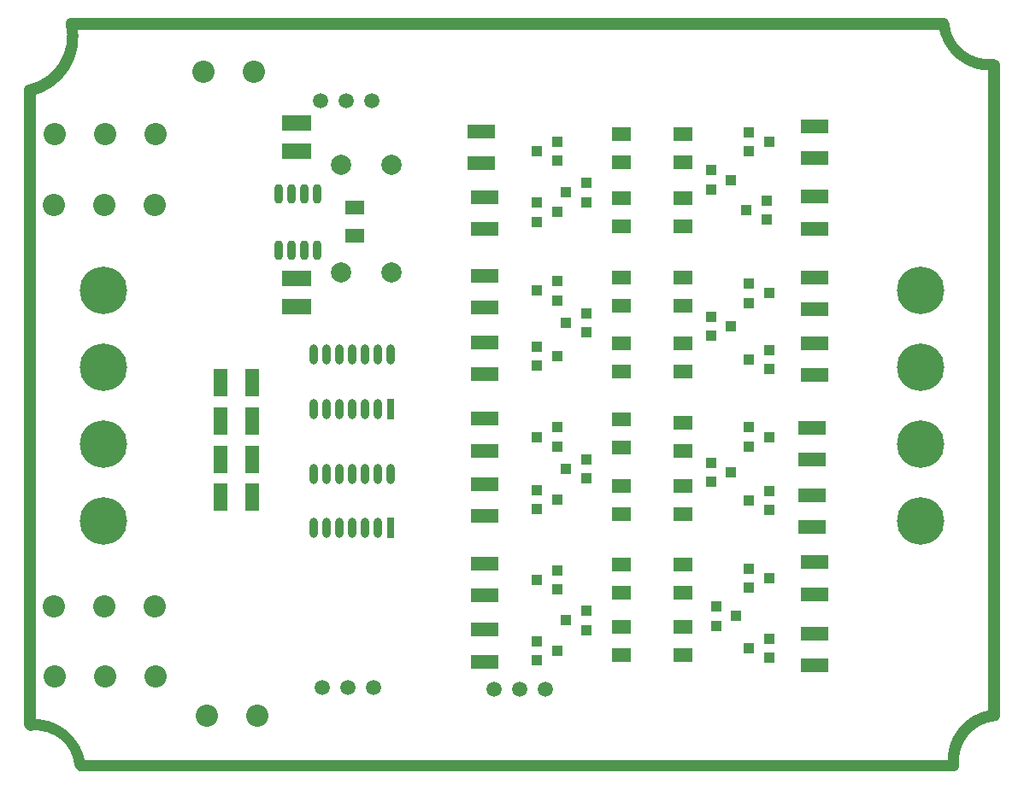
<source format=gbs>
G04*
G04 #@! TF.GenerationSoftware,Altium Limited,Altium Designer,22.6.1 (34)*
G04*
G04 Layer_Color=16711935*
%FSLAX44Y44*%
%MOMM*%
G71*
G04*
G04 #@! TF.SameCoordinates,44C52635-D950-46A4-BE53-1BE2AF9ACA8F*
G04*
G04*
G04 #@! TF.FilePolarity,Negative*
G04*
G01*
G75*
%ADD27C,1.0000*%
%ADD34R,2.7032X1.3532*%
%ADD36R,1.3532X2.7032*%
%ADD38C,4.7032*%
%ADD39C,2.2032*%
%ADD40C,2.0032*%
%ADD41C,1.5032*%
%ADD58R,1.8532X1.4032*%
%ADD59O,0.8032X2.0032*%
%ADD60R,0.8032X2.0032*%
%ADD61R,1.1032X1.0032*%
%ADD62R,2.9032X1.5032*%
%ADD63O,0.8532X1.9532*%
D27*
X1413750Y1101250D02*
G03*
X1463500Y1061000I45000J4750D01*
G01*
X1412750Y1102500D02*
G03*
X1462500Y1062250I45000J4750D01*
G01*
X558250Y366250D02*
G03*
X508500Y406500I-45000J-4750D01*
G01*
Y1035500D02*
G03*
X549500Y1101250I-12375J53375D01*
G01*
X507500Y1036750D02*
G03*
X548500Y1102500I-12375J53375D01*
G01*
X1463500Y416000D02*
G03*
X1423250Y366250I4750J-45000D01*
G01*
X1462500Y417250D02*
G03*
X1422250Y367500I4750J-45000D01*
G01*
X557250Y367500D02*
G03*
X507500Y407750I-45000J-4750D01*
G01*
Y1036750D01*
X549500Y1101250D02*
X1413750D01*
X1463500Y416000D02*
Y1061000D01*
X558000Y367500D02*
X1422250D01*
X508500Y406500D02*
Y1035500D01*
X559000Y366250D02*
X1423250D01*
X1462500Y417250D02*
Y1062250D01*
X548500Y1102500D02*
X1412750D01*
D34*
X1285000Y536750D02*
D03*
Y568250D02*
D03*
X1283000Y603250D02*
D03*
Y634750D02*
D03*
X1285000Y785750D02*
D03*
Y754250D02*
D03*
X958750Y470000D02*
D03*
Y501500D02*
D03*
X955000Y964250D02*
D03*
Y995750D02*
D03*
X958750Y899000D02*
D03*
Y930500D02*
D03*
X958750Y755000D02*
D03*
Y786500D02*
D03*
Y679000D02*
D03*
Y710500D02*
D03*
Y645500D02*
D03*
Y614000D02*
D03*
X1282500Y670000D02*
D03*
Y701500D02*
D03*
X1285000Y930750D02*
D03*
Y899250D02*
D03*
Y1000750D02*
D03*
Y969250D02*
D03*
Y466000D02*
D03*
Y497500D02*
D03*
Y850750D02*
D03*
Y819250D02*
D03*
X958750Y820750D02*
D03*
Y852250D02*
D03*
Y535429D02*
D03*
Y566929D02*
D03*
D36*
X728250Y746250D02*
D03*
X696750D02*
D03*
Y708417D02*
D03*
X728250D02*
D03*
X696750Y670583D02*
D03*
X728250D02*
D03*
Y632750D02*
D03*
X696750D02*
D03*
D38*
X1390000Y609050D02*
D03*
Y685250D02*
D03*
Y761450D02*
D03*
Y837650D02*
D03*
X580500Y609050D02*
D03*
Y685250D02*
D03*
Y761450D02*
D03*
Y837650D02*
D03*
D39*
X582500Y455250D02*
D03*
X532500D02*
D03*
X632500D02*
D03*
X632000Y525000D02*
D03*
X532000D02*
D03*
X582000D02*
D03*
Y922500D02*
D03*
X532000D02*
D03*
X632000D02*
D03*
X582750Y992750D02*
D03*
X532750D02*
D03*
X632750D02*
D03*
X733000Y416000D02*
D03*
X683000D02*
D03*
X729500Y1055000D02*
D03*
X679500D02*
D03*
D40*
X816000Y962500D02*
D03*
X866000D02*
D03*
X816500Y855750D02*
D03*
X866500D02*
D03*
D41*
X797350Y444500D02*
D03*
X848150D02*
D03*
X822750D02*
D03*
X821650Y1026250D02*
D03*
X796250D02*
D03*
X847050D02*
D03*
X967500Y442500D02*
D03*
X1018300D02*
D03*
X992900D02*
D03*
D58*
X1154750Y476000D02*
D03*
Y504000D02*
D03*
Y644000D02*
D03*
Y616000D02*
D03*
Y757750D02*
D03*
Y785750D02*
D03*
X1093750Y929750D02*
D03*
Y901750D02*
D03*
Y785750D02*
D03*
Y757750D02*
D03*
Y644000D02*
D03*
Y616000D02*
D03*
Y504000D02*
D03*
Y476000D02*
D03*
X829750Y919750D02*
D03*
Y891750D02*
D03*
X1154750Y929750D02*
D03*
Y901750D02*
D03*
Y566179D02*
D03*
Y538179D02*
D03*
Y965000D02*
D03*
Y993000D02*
D03*
X1155000Y706500D02*
D03*
Y678500D02*
D03*
X1154750Y850500D02*
D03*
Y822500D02*
D03*
X1093750Y993000D02*
D03*
Y965000D02*
D03*
Y822500D02*
D03*
Y850500D02*
D03*
Y709750D02*
D03*
Y681750D02*
D03*
Y538179D02*
D03*
Y566179D02*
D03*
D59*
X865350Y774000D02*
D03*
X852650D02*
D03*
X839950D02*
D03*
X827250D02*
D03*
X814550D02*
D03*
X801850D02*
D03*
X789150D02*
D03*
Y720000D02*
D03*
X801850D02*
D03*
X814550D02*
D03*
X827250D02*
D03*
X839950D02*
D03*
X852650D02*
D03*
X789150Y656250D02*
D03*
X801850D02*
D03*
X814550D02*
D03*
X827250D02*
D03*
X839950D02*
D03*
X852650D02*
D03*
X865350D02*
D03*
X789150Y602250D02*
D03*
X801850D02*
D03*
X814550D02*
D03*
X827250D02*
D03*
X839950D02*
D03*
X852650D02*
D03*
D60*
X865350Y720000D02*
D03*
Y602250D02*
D03*
D61*
X1030000Y985250D02*
D03*
Y966250D02*
D03*
X1010000Y975750D02*
D03*
X1038750Y935000D02*
D03*
X1058750Y925500D02*
D03*
Y944500D02*
D03*
X1010000Y692500D02*
D03*
X1030000Y683000D02*
D03*
Y702000D02*
D03*
X1058750Y670250D02*
D03*
Y651250D02*
D03*
X1038750Y660750D02*
D03*
X1240000Y692500D02*
D03*
X1220000Y702000D02*
D03*
Y683000D02*
D03*
Y769500D02*
D03*
X1240000Y760000D02*
D03*
Y779000D02*
D03*
Y835000D02*
D03*
X1220000Y844500D02*
D03*
Y825500D02*
D03*
X1030000Y915410D02*
D03*
X1010000Y924910D02*
D03*
Y905910D02*
D03*
Y620910D02*
D03*
Y639910D02*
D03*
X1030000Y630410D02*
D03*
Y772500D02*
D03*
X1010000Y782000D02*
D03*
Y763000D02*
D03*
X1182500Y793000D02*
D03*
Y812000D02*
D03*
X1202500Y802500D02*
D03*
Y657500D02*
D03*
X1182500Y667000D02*
D03*
Y648000D02*
D03*
X1207500Y515000D02*
D03*
X1187500Y524500D02*
D03*
Y505500D02*
D03*
X1030000Y480750D02*
D03*
X1010000Y490250D02*
D03*
Y471250D02*
D03*
X1030000Y847000D02*
D03*
Y828000D02*
D03*
X1010000Y837500D02*
D03*
X1030000Y560250D02*
D03*
Y541250D02*
D03*
X1010000Y550750D02*
D03*
X1240000Y639000D02*
D03*
Y620000D02*
D03*
X1220000Y629500D02*
D03*
X1202500Y947500D02*
D03*
X1182500Y957000D02*
D03*
Y938000D02*
D03*
X1240000Y985000D02*
D03*
X1220000Y994500D02*
D03*
Y975500D02*
D03*
X1217500Y917500D02*
D03*
X1237500Y908000D02*
D03*
Y927000D02*
D03*
X1220000Y543000D02*
D03*
Y562000D02*
D03*
X1240000Y552500D02*
D03*
Y492500D02*
D03*
Y473500D02*
D03*
X1220000Y483000D02*
D03*
X1058750Y815250D02*
D03*
Y796250D02*
D03*
X1038750Y805750D02*
D03*
Y510750D02*
D03*
X1058750Y501250D02*
D03*
Y520250D02*
D03*
D62*
X772000Y1004250D02*
D03*
Y976250D02*
D03*
X772500Y849750D02*
D03*
Y821750D02*
D03*
D63*
X754100Y933500D02*
D03*
X766800D02*
D03*
X779500D02*
D03*
X792200D02*
D03*
Y877500D02*
D03*
X779500D02*
D03*
X766800D02*
D03*
X754100D02*
D03*
M02*

</source>
